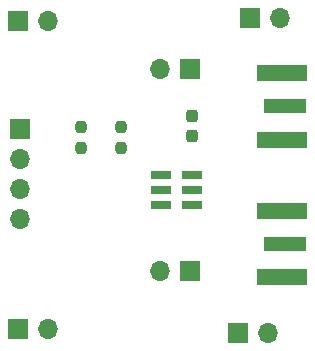
<source format=gbr>
%TF.GenerationSoftware,KiCad,Pcbnew,(6.0.2)*%
%TF.CreationDate,2022-11-21T15:27:55-08:00*%
%TF.ProjectId,si514_clock,73693531-345f-4636-9c6f-636b2e6b6963,rev?*%
%TF.SameCoordinates,PX86903e0PY67ceb50*%
%TF.FileFunction,Soldermask,Top*%
%TF.FilePolarity,Negative*%
%FSLAX46Y46*%
G04 Gerber Fmt 4.6, Leading zero omitted, Abs format (unit mm)*
G04 Created by KiCad (PCBNEW (6.0.2)) date 2022-11-21 15:27:55*
%MOMM*%
%LPD*%
G01*
G04 APERTURE LIST*
G04 Aperture macros list*
%AMRoundRect*
0 Rectangle with rounded corners*
0 $1 Rounding radius*
0 $2 $3 $4 $5 $6 $7 $8 $9 X,Y pos of 4 corners*
0 Add a 4 corners polygon primitive as box body*
4,1,4,$2,$3,$4,$5,$6,$7,$8,$9,$2,$3,0*
0 Add four circle primitives for the rounded corners*
1,1,$1+$1,$2,$3*
1,1,$1+$1,$4,$5*
1,1,$1+$1,$6,$7*
1,1,$1+$1,$8,$9*
0 Add four rect primitives between the rounded corners*
20,1,$1+$1,$2,$3,$4,$5,0*
20,1,$1+$1,$4,$5,$6,$7,0*
20,1,$1+$1,$6,$7,$8,$9,0*
20,1,$1+$1,$8,$9,$2,$3,0*%
G04 Aperture macros list end*
%ADD10R,3.600000X1.270000*%
%ADD11R,4.200000X1.350000*%
%ADD12R,1.700000X1.700000*%
%ADD13O,1.700000X1.700000*%
%ADD14R,1.700000X0.800000*%
%ADD15RoundRect,0.237500X-0.237500X0.250000X-0.237500X-0.250000X0.237500X-0.250000X0.237500X0.250000X0*%
%ADD16RoundRect,0.237500X0.237500X-0.300000X0.237500X0.300000X-0.237500X0.300000X-0.237500X-0.300000X0*%
G04 APERTURE END LIST*
D10*
%TO.C,J7*%
X25800000Y10350000D03*
D11*
X25600000Y13175000D03*
X25600000Y7525000D03*
%TD*%
D12*
%TO.C,J8*%
X17750000Y8050000D03*
D13*
X15210000Y8050000D03*
%TD*%
D10*
%TO.C,J6*%
X25800000Y22000000D03*
D11*
X25600000Y24825000D03*
X25600000Y19175000D03*
%TD*%
D14*
%TO.C,U1*%
X15350000Y16220000D03*
X15350000Y14950000D03*
X15350000Y13680000D03*
X17950000Y13680000D03*
X17950000Y14950000D03*
X17950000Y16220000D03*
%TD*%
D12*
%TO.C,J9*%
X17740000Y25200000D03*
D13*
X15200000Y25200000D03*
%TD*%
D12*
%TO.C,J3*%
X3175000Y29250000D03*
D13*
X5715000Y29250000D03*
%TD*%
D12*
%TO.C,J1*%
X3200000Y3150000D03*
D13*
X5740000Y3150000D03*
%TD*%
D15*
%TO.C,R2*%
X11900000Y20262500D03*
X11900000Y18437500D03*
%TD*%
D12*
%TO.C,J2*%
X21825000Y2850000D03*
D13*
X24365000Y2850000D03*
%TD*%
D12*
%TO.C,J5*%
X3350000Y20050000D03*
D13*
X3350000Y17510000D03*
X3350000Y14970000D03*
X3350000Y12430000D03*
%TD*%
D15*
%TO.C,R1*%
X8550000Y20262500D03*
X8550000Y18437500D03*
%TD*%
D16*
%TO.C,C1*%
X17950000Y19487500D03*
X17950000Y21212500D03*
%TD*%
D12*
%TO.C,J4*%
X22825000Y29450000D03*
D13*
X25365000Y29450000D03*
%TD*%
M02*

</source>
